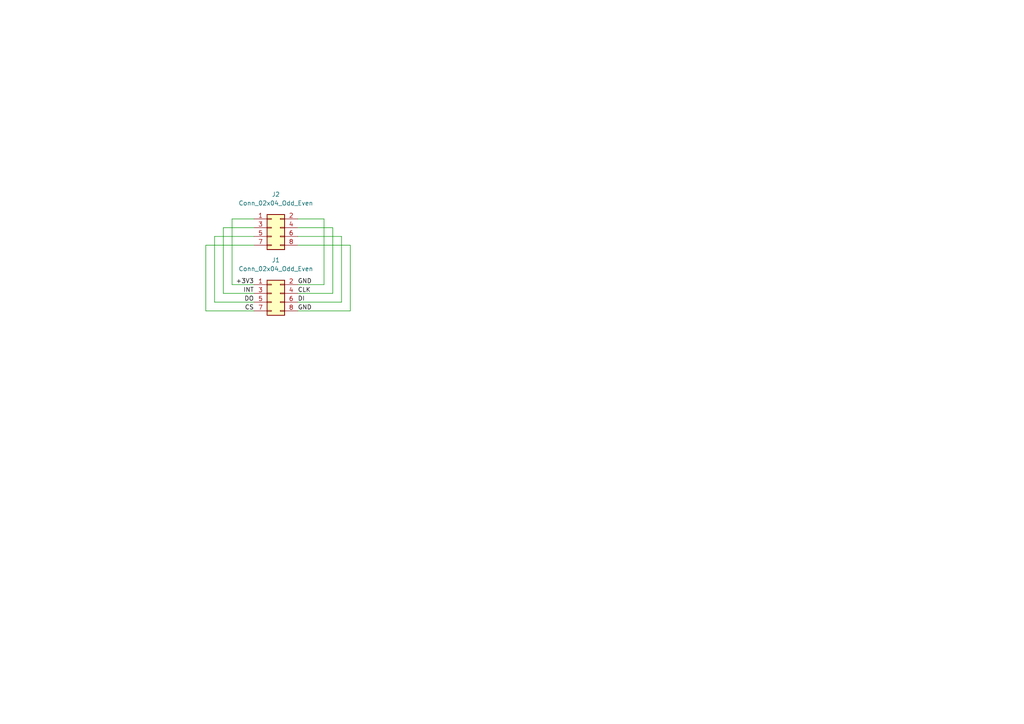
<source format=kicad_sch>
(kicad_sch (version 20211123) (generator eeschema)
  (paper "A4")
  (lib_symbols
    (symbol "Connector_Generic:Conn_02x04_Odd_Even" (pin_names (offset 1.016) hide)
      (property "Reference" "J" (at 1.27 5.08 0))
      (property "Value" "Conn_02x04_Odd_Even" (at 1.27 -7.62 0))
      (symbol "Conn_02x04_Odd_Even_1_1"
        (rectangle (start -1.27 -4.953) (end 0 -5.207) (stroke (width 0.1524)))
        (rectangle (start -1.27 -2.413) (end 0 -2.667) (stroke (width 0.1524)))
        (rectangle (start -1.27 0.127) (end 0 -0.127) (stroke (width 0.1524)))
        (rectangle (start -1.27 2.667) (end 0 2.413) (stroke (width 0.1524)))
        (rectangle (start -1.27 3.81) (end 3.81 -6.35) (stroke (width 0.254)) (fill (type background)))
        (rectangle (start 3.81 -4.953) (end 2.54 -5.207) (stroke (width 0.1524)))
        (rectangle (start 3.81 -2.413) (end 2.54 -2.667) (stroke (width 0.1524)))
        (rectangle (start 3.81 0.127) (end 2.54 -0.127) (stroke (width 0.1524)))
        (rectangle (start 3.81 2.667) (end 2.54 2.413) (stroke (width 0.1524)))
        (pin passive line (at -5.08 2.54 0) (length 3.81) (name "Pin_1") (number "1"))
        (pin passive line (at 7.62 2.54 180) (length 3.81) (name "Pin_2") (number "2"))
        (pin passive line (at -5.08 0 0) (length 3.81) (name "Pin_3") (number "3"))
        (pin passive line (at 7.62 0 180) (length 3.81) (name "Pin_4") (number "4"))
        (pin passive line (at -5.08 -2.54 0) (length 3.81) (name "Pin_5") (number "5"))
        (pin passive line (at 7.62 -2.54 180) (length 3.81) (name "Pin_6") (number "6"))
        (pin passive line (at -5.08 -5.08 0) (length 3.81) (name "Pin_7") (number "7"))
        (pin passive line (at 7.62 -5.08 180) (length 3.81) (name "Pin_8") (number "8"))
      )
    )
  )
  (wire (pts (xy 86.36 85.09) (xy 96.52 85.09)))
  (wire (pts (xy 86.36 66.04) (xy 96.52 66.04)))
  (wire (pts (xy 86.36 71.12) (xy 101.6 71.12)))
  (wire (pts (xy 86.36 68.58) (xy 99.06 68.58)))
  (wire (pts (xy 99.06 68.58) (xy 99.06 87.63)))
  (wire (pts (xy 96.52 85.09) (xy 96.52 66.04)))
  (wire (pts (xy 64.77 66.04) (xy 64.77 85.09)))
  (wire (pts (xy 93.98 63.5) (xy 93.98 82.55)))
  (wire (pts (xy 73.66 82.55) (xy 67.31 82.55)))
  (wire (pts (xy 99.06 87.63) (xy 86.36 87.63)))
  (wire (pts (xy 59.69 90.17) (xy 59.69 71.12)))
  (wire (pts (xy 73.66 66.04) (xy 64.77 66.04)))
  (wire (pts (xy 86.36 82.55) (xy 93.98 82.55)))
  (wire (pts (xy 67.31 82.55) (xy 67.31 63.5)))
  (wire (pts (xy 67.31 63.5) (xy 73.66 63.5)))
  (wire (pts (xy 64.77 85.09) (xy 73.66 85.09)))
  (wire (pts (xy 62.23 68.58) (xy 73.66 68.58)))
  (wire (pts (xy 101.6 90.17) (xy 101.6 71.12)))
  (wire (pts (xy 59.69 71.12) (xy 73.66 71.12)))
  (wire (pts (xy 86.36 63.5) (xy 93.98 63.5)))
  (wire (pts (xy 62.23 68.58) (xy 62.23 87.63)))
  (wire (pts (xy 73.66 90.17) (xy 59.69 90.17)))
  (wire (pts (xy 62.23 87.63) (xy 73.66 87.63)))
  (wire (pts (xy 86.36 90.17) (xy 101.6 90.17)))
  (label "DO" (at 73.66 87.63 180))
  (label "CS" (at 73.66 90.17 180))
  (label "INT" (at 73.66 85.09 180))
  (label "CLK" (at 86.36 85.09 0))
  (label "+3V3" (at 73.66 82.55 180))
  (label "GND" (at 86.36 82.55 0))
  (label "GND" (at 86.36 90.17 0))
  (label "DI" (at 86.36 87.63 0))
  (symbol (lib_id "Connector_Generic:Conn_02x04_Odd_Even") (at 78.74 85.09 0) (unit 1)
    (property "Reference" "J1" (at 80.01 75.438 0))
    (property "Value" "Conn_02x04_Odd_Even" (at 80.01 77.978 0))
    (property "Footprint" "Connector_PinHeader_2.54mm:PinHeader_2x04_P2.54mm_Horizontal" (effects hide))
    (property "LCSC" "C492432" (effects hide))
  )
  (symbol (lib_id "Connector_Generic:Conn_02x04_Odd_Even") (at 78.74 66.04 0) (unit 1)
    (property "Reference" "J2" (at 80.01 56.388 0))
    (property "Value" "Conn_02x04_Odd_Even" (at 80.01 58.928 0))
    (property "Footprint" "Connector_PinHeader_2.54mm:PinHeader_2x04_P2.54mm_Vertical" (effects hide))
  )
)
</source>
